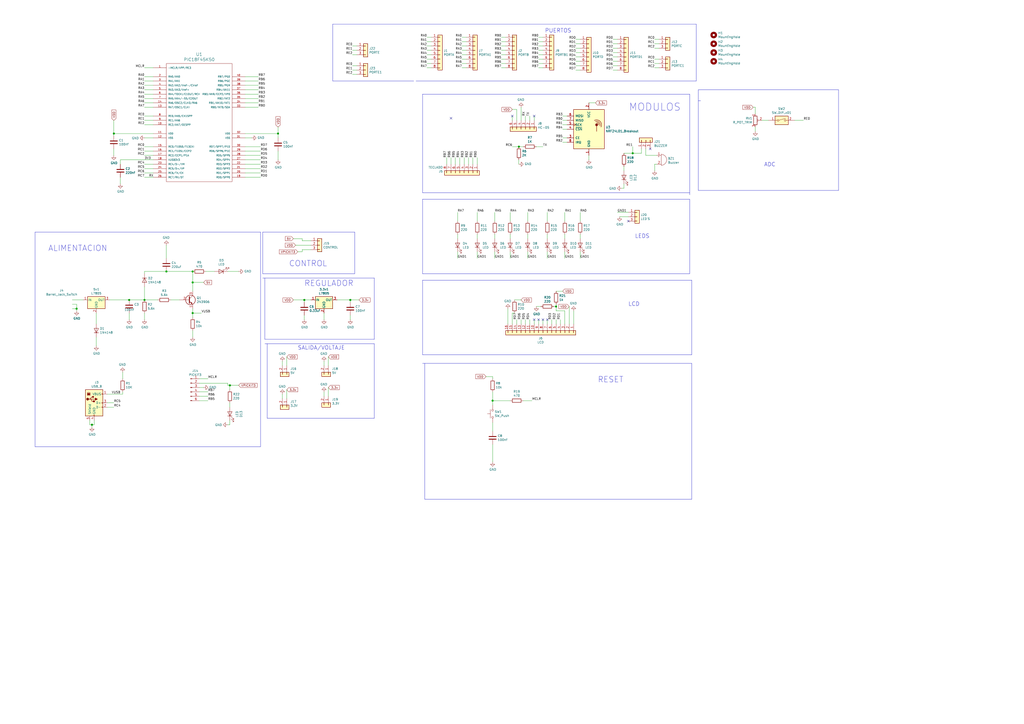
<source format=kicad_sch>
(kicad_sch (version 20200828) (generator eeschema)
  (page 1 1)
  (paper "A2")
  (title_block (title "Placa de desarrollo") (company "UNIVERSIDAD DE GUANAJUATO"))
  (junction (at 44.45 179.07) (diameter 1.016))
  (junction (at 53.34 246.38) (diameter 1.016))
  (junction (at 66.04 77.47) (diameter 1.016))
  (junction (at 74.93 173.99) (diameter 1.016))
  (junction (at 83.82 173.99) (diameter 1.016))
  (junction (at 96.52 157.48) (diameter 1.016))
  (junction (at 111.76 157.48) (diameter 1.016))
  (junction (at 111.76 163.83) (diameter 1.016))
  (junction (at 111.76 181.61) (diameter 1.016))
  (junction (at 133.35 223.52) (diameter 1.016))
  (junction (at 161.29 77.47) (diameter 1.016))
  (junction (at 176.53 173.99) (diameter 1.016))
  (junction (at 203.2 173.99) (diameter 1.016))
  (junction (at 285.75 232.41) (diameter 1.016))
  (junction (at 300.99 85.09) (diameter 1.016))
  (junction (at 322.58 177.8) (diameter 1.016))
  (junction (at 367.03 88.9) (diameter 1.016))
  (no_connect (at 377.19 86.36))
  (no_connect (at 364.49 128.27))
  (no_connect (at 309.88 67.31))
  (no_connect (at 309.88 185.42))
  (no_connect (at 314.96 185.42))
  (no_connect (at 317.5 185.42))
  (no_connect (at 312.42 185.42))
  (no_connect (at 261.62 68.58))
  (no_connect (at 297.18 67.31))
  (wire (pts (xy 41.91 176.53) (xy 44.45 176.53)))
  (wire (pts (xy 41.91 179.07) (xy 44.45 179.07)))
  (wire (pts (xy 44.45 176.53) (xy 44.45 179.07)))
  (wire (pts (xy 44.45 179.07) (xy 44.45 180.34)))
  (wire (pts (xy 48.26 173.99) (xy 41.91 173.99)))
  (wire (pts (xy 52.07 243.84) (xy 52.07 246.38)))
  (wire (pts (xy 52.07 246.38) (xy 53.34 246.38)))
  (wire (pts (xy 53.34 246.38) (xy 54.61 246.38)))
  (wire (pts (xy 53.34 247.65) (xy 53.34 246.38)))
  (wire (pts (xy 54.61 246.38) (xy 54.61 243.84)))
  (wire (pts (xy 55.88 187.96) (xy 55.88 181.61)))
  (wire (pts (xy 55.88 200.66) (xy 55.88 195.58)))
  (wire (pts (xy 62.23 228.6) (xy 71.12 228.6)))
  (wire (pts (xy 66.04 69.85) (xy 66.04 77.47)))
  (wire (pts (xy 66.04 77.47) (xy 66.04 78.74)))
  (wire (pts (xy 66.04 86.36) (xy 66.04 90.17)))
  (wire (pts (xy 66.04 233.68) (xy 62.23 233.68)))
  (wire (pts (xy 66.04 236.22) (xy 62.23 236.22)))
  (wire (pts (xy 69.85 92.71) (xy 69.85 95.25)))
  (wire (pts (xy 69.85 92.71) (xy 88.9 92.71)))
  (wire (pts (xy 69.85 102.87) (xy 69.85 106.68)))
  (wire (pts (xy 71.12 219.71) (xy 71.12 215.9)))
  (wire (pts (xy 71.12 227.33) (xy 71.12 228.6)))
  (wire (pts (xy 74.93 173.99) (xy 63.5 173.99)))
  (wire (pts (xy 74.93 185.42) (xy 74.93 181.61)))
  (wire (pts (xy 83.82 39.37) (xy 88.9 39.37)))
  (wire (pts (xy 83.82 44.45) (xy 88.9 44.45)))
  (wire (pts (xy 83.82 46.99) (xy 88.9 46.99)))
  (wire (pts (xy 83.82 49.53) (xy 88.9 49.53)))
  (wire (pts (xy 83.82 52.07) (xy 88.9 52.07)))
  (wire (pts (xy 83.82 54.61) (xy 88.9 54.61)))
  (wire (pts (xy 83.82 57.15) (xy 88.9 57.15)))
  (wire (pts (xy 83.82 59.69) (xy 88.9 59.69)))
  (wire (pts (xy 83.82 62.23) (xy 88.9 62.23)))
  (wire (pts (xy 83.82 67.31) (xy 88.9 67.31)))
  (wire (pts (xy 83.82 69.85) (xy 88.9 69.85)))
  (wire (pts (xy 83.82 72.39) (xy 88.9 72.39)))
  (wire (pts (xy 83.82 85.09) (xy 88.9 85.09)))
  (wire (pts (xy 83.82 87.63) (xy 88.9 87.63)))
  (wire (pts (xy 83.82 90.17) (xy 88.9 90.17)))
  (wire (pts (xy 83.82 95.25) (xy 88.9 95.25)))
  (wire (pts (xy 83.82 97.79) (xy 88.9 97.79)))
  (wire (pts (xy 83.82 100.33) (xy 88.9 100.33)))
  (wire (pts (xy 83.82 102.87) (xy 88.9 102.87)))
  (wire (pts (xy 83.82 157.48) (xy 83.82 158.75)))
  (wire (pts (xy 83.82 173.99) (xy 74.93 173.99)))
  (wire (pts (xy 83.82 173.99) (xy 83.82 166.37)))
  (wire (pts (xy 83.82 185.42) (xy 83.82 181.61)))
  (wire (pts (xy 88.9 77.47) (xy 66.04 77.47)))
  (wire (pts (xy 88.9 80.01) (xy 83.82 80.01)))
  (wire (pts (xy 91.44 173.99) (xy 83.82 173.99)))
  (wire (pts (xy 96.52 142.24) (xy 96.52 149.86)))
  (wire (pts (xy 96.52 157.48) (xy 83.82 157.48)))
  (wire (pts (xy 96.52 157.48) (xy 111.76 157.48)))
  (wire (pts (xy 104.14 173.99) (xy 99.06 173.99)))
  (wire (pts (xy 111.76 163.83) (xy 111.76 157.48)))
  (wire (pts (xy 111.76 168.91) (xy 111.76 163.83)))
  (wire (pts (xy 111.76 179.07) (xy 111.76 181.61)))
  (wire (pts (xy 111.76 181.61) (xy 111.76 184.15)))
  (wire (pts (xy 111.76 195.58) (xy 111.76 191.77)))
  (wire (pts (xy 115.57 222.25) (xy 132.08 222.25)))
  (wire (pts (xy 116.84 181.61) (xy 111.76 181.61)))
  (wire (pts (xy 118.11 163.83) (xy 111.76 163.83)))
  (wire (pts (xy 118.11 224.79) (xy 115.57 224.79)))
  (wire (pts (xy 120.65 219.71) (xy 115.57 219.71)))
  (wire (pts (xy 120.65 227.33) (xy 115.57 227.33)))
  (wire (pts (xy 120.65 229.87) (xy 115.57 229.87)))
  (wire (pts (xy 120.65 232.41) (xy 115.57 232.41)))
  (wire (pts (xy 124.46 157.48) (xy 119.38 157.48)))
  (wire (pts (xy 132.08 157.48) (xy 138.43 157.48)))
  (wire (pts (xy 132.08 222.25) (xy 132.08 223.52)))
  (wire (pts (xy 132.08 223.52) (xy 133.35 223.52)))
  (wire (pts (xy 133.35 223.52) (xy 138.43 223.52)))
  (wire (pts (xy 133.35 226.06) (xy 133.35 223.52)))
  (wire (pts (xy 133.35 236.22) (xy 133.35 233.68)))
  (wire (pts (xy 133.35 243.84) (xy 133.35 246.38)))
  (wire (pts (xy 133.35 246.38) (xy 132.08 246.38)))
  (wire (pts (xy 142.24 46.99) (xy 149.86 46.99)))
  (wire (pts (xy 142.24 77.47) (xy 161.29 77.47)))
  (wire (pts (xy 146.05 80.01) (xy 142.24 80.01)))
  (wire (pts (xy 149.86 44.45) (xy 142.24 44.45)))
  (wire (pts (xy 149.86 49.53) (xy 142.24 49.53)))
  (wire (pts (xy 149.86 52.07) (xy 142.24 52.07)))
  (wire (pts (xy 149.86 54.61) (xy 142.24 54.61)))
  (wire (pts (xy 149.86 57.15) (xy 142.24 57.15)))
  (wire (pts (xy 149.86 59.69) (xy 142.24 59.69)))
  (wire (pts (xy 149.86 62.23) (xy 142.24 62.23)))
  (wire (pts (xy 151.13 85.09) (xy 142.24 85.09)))
  (wire (pts (xy 151.13 87.63) (xy 142.24 87.63)))
  (wire (pts (xy 151.13 90.17) (xy 142.24 90.17)))
  (wire (pts (xy 151.13 92.71) (xy 142.24 92.71)))
  (wire (pts (xy 151.13 95.25) (xy 142.24 95.25)))
  (wire (pts (xy 151.13 97.79) (xy 142.24 97.79)))
  (wire (pts (xy 151.13 100.33) (xy 142.24 100.33)))
  (wire (pts (xy 151.13 102.87) (xy 142.24 102.87)))
  (wire (pts (xy 161.29 73.66) (xy 161.29 77.47)))
  (wire (pts (xy 161.29 77.47) (xy 161.29 80.01)))
  (wire (pts (xy 161.29 92.71) (xy 161.29 87.63)))
  (wire (pts (xy 163.83 212.09) (xy 163.83 209.55)))
  (wire (pts (xy 163.83 231.14) (xy 163.83 228.6)))
  (wire (pts (xy 166.37 207.01) (xy 166.37 212.09)))
  (wire (pts (xy 166.37 226.06) (xy 166.37 231.14)))
  (wire (pts (xy 175.26 138.43) (xy 170.18 138.43)))
  (wire (pts (xy 175.26 139.7) (xy 175.26 138.43)))
  (wire (pts (xy 175.26 144.78) (xy 175.26 146.05)))
  (wire (pts (xy 175.26 146.05) (xy 172.72 146.05)))
  (wire (pts (xy 176.53 173.99) (xy 170.18 173.99)))
  (wire (pts (xy 176.53 175.26) (xy 176.53 173.99)))
  (wire (pts (xy 176.53 182.88) (xy 176.53 185.42)))
  (wire (pts (xy 180.34 139.7) (xy 175.26 139.7)))
  (wire (pts (xy 180.34 142.24) (xy 171.45 142.24)))
  (wire (pts (xy 180.34 144.78) (xy 175.26 144.78)))
  (wire (pts (xy 180.34 173.99) (xy 176.53 173.99)))
  (wire (pts (xy 187.96 181.61) (xy 187.96 185.42)))
  (wire (pts (xy 187.96 212.09) (xy 187.96 209.55)))
  (wire (pts (xy 187.96 229.87) (xy 187.96 227.33)))
  (wire (pts (xy 190.5 207.01) (xy 190.5 212.09)))
  (wire (pts (xy 190.5 224.79) (xy 190.5 229.87)))
  (wire (pts (xy 195.58 173.99) (xy 203.2 173.99)))
  (wire (pts (xy 203.2 173.99) (xy 203.2 175.26)))
  (wire (pts (xy 203.2 173.99) (xy 208.28 173.99)))
  (wire (pts (xy 203.2 185.42) (xy 203.2 182.88)))
  (wire (pts (xy 204.47 26.67) (xy 207.01 26.67)))
  (wire (pts (xy 204.47 29.21) (xy 207.01 29.21)))
  (wire (pts (xy 204.47 31.75) (xy 207.01 31.75)))
  (wire (pts (xy 204.47 38.1) (xy 207.01 38.1)))
  (wire (pts (xy 204.47 40.64) (xy 207.01 40.64)))
  (wire (pts (xy 204.47 43.18) (xy 207.01 43.18)))
  (wire (pts (xy 247.65 21.59) (xy 250.19 21.59)))
  (wire (pts (xy 247.65 24.13) (xy 250.19 24.13)))
  (wire (pts (xy 247.65 26.67) (xy 250.19 26.67)))
  (wire (pts (xy 247.65 29.21) (xy 250.19 29.21)))
  (wire (pts (xy 247.65 31.75) (xy 250.19 31.75)))
  (wire (pts (xy 247.65 34.29) (xy 250.19 34.29)))
  (wire (pts (xy 247.65 36.83) (xy 250.19 36.83)))
  (wire (pts (xy 247.65 39.37) (xy 250.19 39.37)))
  (wire (pts (xy 259.08 91.44) (xy 259.08 95.25)))
  (wire (pts (xy 261.62 91.44) (xy 261.62 95.25)))
  (wire (pts (xy 264.16 91.44) (xy 264.16 95.25)))
  (wire (pts (xy 265.43 123.19) (xy 265.43 128.27)))
  (wire (pts (xy 265.43 135.89) (xy 265.43 138.43)))
  (wire (pts (xy 265.43 149.86) (xy 265.43 146.05)))
  (wire (pts (xy 266.7 91.44) (xy 266.7 95.25)))
  (wire (pts (xy 267.97 21.59) (xy 270.51 21.59)))
  (wire (pts (xy 267.97 24.13) (xy 270.51 24.13)))
  (wire (pts (xy 267.97 26.67) (xy 270.51 26.67)))
  (wire (pts (xy 267.97 29.21) (xy 270.51 29.21)))
  (wire (pts (xy 267.97 31.75) (xy 270.51 31.75)))
  (wire (pts (xy 267.97 34.29) (xy 270.51 34.29)))
  (wire (pts (xy 267.97 36.83) (xy 270.51 36.83)))
  (wire (pts (xy 267.97 39.37) (xy 270.51 39.37)))
  (wire (pts (xy 269.24 91.44) (xy 269.24 95.25)))
  (wire (pts (xy 271.78 91.44) (xy 271.78 95.25)))
  (wire (pts (xy 274.32 91.44) (xy 274.32 95.25)))
  (wire (pts (xy 276.86 91.44) (xy 276.86 95.25)))
  (wire (pts (xy 276.86 123.19) (xy 276.86 128.27)))
  (wire (pts (xy 276.86 135.89) (xy 276.86 138.43)))
  (wire (pts (xy 276.86 149.86) (xy 276.86 146.05)))
  (wire (pts (xy 285.75 218.44) (xy 281.94 218.44)))
  (wire (pts (xy 285.75 219.71) (xy 285.75 218.44)))
  (wire (pts (xy 285.75 232.41) (xy 285.75 227.33)))
  (wire (pts (xy 285.75 234.95) (xy 285.75 232.41)))
  (wire (pts (xy 285.75 250.19) (xy 285.75 245.11)))
  (wire (pts (xy 285.75 267.97) (xy 285.75 257.81)))
  (wire (pts (xy 287.02 123.19) (xy 287.02 128.27)))
  (wire (pts (xy 287.02 135.89) (xy 287.02 138.43)))
  (wire (pts (xy 287.02 149.86) (xy 287.02 146.05)))
  (wire (pts (xy 290.83 21.59) (xy 293.37 21.59)))
  (wire (pts (xy 290.83 24.13) (xy 293.37 24.13)))
  (wire (pts (xy 290.83 26.67) (xy 293.37 26.67)))
  (wire (pts (xy 290.83 29.21) (xy 293.37 29.21)))
  (wire (pts (xy 290.83 31.75) (xy 293.37 31.75)))
  (wire (pts (xy 290.83 34.29) (xy 293.37 34.29)))
  (wire (pts (xy 290.83 36.83) (xy 293.37 36.83)))
  (wire (pts (xy 290.83 39.37) (xy 293.37 39.37)))
  (wire (pts (xy 294.64 179.07) (xy 294.64 187.96)))
  (wire (pts (xy 295.91 123.19) (xy 295.91 128.27)))
  (wire (pts (xy 295.91 135.89) (xy 295.91 138.43)))
  (wire (pts (xy 295.91 149.86) (xy 295.91 146.05)))
  (wire (pts (xy 295.91 232.41) (xy 285.75 232.41)))
  (wire (pts (xy 297.18 63.5) (xy 299.72 63.5)))
  (wire (pts (xy 297.18 67.31) (xy 297.18 69.85)))
  (wire (pts (xy 297.18 85.09) (xy 300.99 85.09)))
  (wire (pts (xy 297.18 181.61) (xy 298.45 181.61)))
  (wire (pts (xy 297.18 187.96) (xy 297.18 181.61)))
  (wire (pts (xy 298.45 173.99) (xy 302.26 173.99)))
  (wire (pts (xy 299.72 69.85) (xy 299.72 63.5)))
  (wire (pts (xy 299.72 185.42) (xy 299.72 187.96)))
  (wire (pts (xy 300.99 95.25) (xy 300.99 92.71)))
  (wire (pts (xy 302.26 69.85) (xy 302.26 62.23)))
  (wire (pts (xy 302.26 185.42) (xy 302.26 187.96)))
  (wire (pts (xy 303.53 85.09) (xy 300.99 85.09)))
  (wire (pts (xy 304.8 67.31) (xy 304.8 69.85)))
  (wire (pts (xy 304.8 185.42) (xy 304.8 187.96)))
  (wire (pts (xy 306.07 123.19) (xy 306.07 128.27)))
  (wire (pts (xy 306.07 135.89) (xy 306.07 138.43)))
  (wire (pts (xy 306.07 149.86) (xy 306.07 146.05)))
  (wire (pts (xy 307.34 67.31) (xy 307.34 69.85)))
  (wire (pts (xy 307.34 185.42) (xy 307.34 187.96)))
  (wire (pts (xy 308.61 232.41) (xy 303.53 232.41)))
  (wire (pts (xy 309.88 67.31) (xy 309.88 69.85)))
  (wire (pts (xy 309.88 185.42) (xy 309.88 187.96)))
  (wire (pts (xy 312.42 21.59) (xy 314.96 21.59)))
  (wire (pts (xy 312.42 24.13) (xy 314.96 24.13)))
  (wire (pts (xy 312.42 26.67) (xy 314.96 26.67)))
  (wire (pts (xy 312.42 29.21) (xy 314.96 29.21)))
  (wire (pts (xy 312.42 31.75) (xy 314.96 31.75)))
  (wire (pts (xy 312.42 34.29) (xy 314.96 34.29)))
  (wire (pts (xy 312.42 36.83) (xy 314.96 36.83)))
  (wire (pts (xy 312.42 39.37) (xy 314.96 39.37)))
  (wire (pts (xy 312.42 185.42) (xy 312.42 187.96)))
  (wire (pts (xy 313.69 177.8) (xy 311.15 177.8)))
  (wire (pts (xy 314.96 85.09) (xy 311.15 85.09)))
  (wire (pts (xy 314.96 185.42) (xy 314.96 187.96)))
  (wire (pts (xy 317.5 123.19) (xy 317.5 128.27)))
  (wire (pts (xy 317.5 135.89) (xy 317.5 138.43)))
  (wire (pts (xy 317.5 149.86) (xy 317.5 146.05)))
  (wire (pts (xy 317.5 185.42) (xy 317.5 187.96)))
  (wire (pts (xy 320.04 185.42) (xy 320.04 187.96)))
  (wire (pts (xy 322.58 176.53) (xy 322.58 177.8)))
  (wire (pts (xy 322.58 177.8) (xy 321.31 177.8)))
  (wire (pts (xy 322.58 180.34) (xy 322.58 177.8)))
  (wire (pts (xy 322.58 185.42) (xy 322.58 187.96)))
  (wire (pts (xy 325.12 185.42) (xy 325.12 187.96)))
  (wire (pts (xy 326.39 67.31) (xy 328.93 67.31)))
  (wire (pts (xy 326.39 69.85) (xy 328.93 69.85)))
  (wire (pts (xy 326.39 72.39) (xy 328.93 72.39)))
  (wire (pts (xy 326.39 74.93) (xy 328.93 74.93)))
  (wire (pts (xy 326.39 80.01) (xy 328.93 80.01)))
  (wire (pts (xy 326.39 82.55) (xy 328.93 82.55)))
  (wire (pts (xy 326.39 168.91) (xy 322.58 168.91)))
  (wire (pts (xy 327.66 123.19) (xy 327.66 128.27)))
  (wire (pts (xy 327.66 135.89) (xy 327.66 138.43)))
  (wire (pts (xy 327.66 149.86) (xy 327.66 146.05)))
  (wire (pts (xy 327.66 180.34) (xy 322.58 180.34)))
  (wire (pts (xy 327.66 180.34) (xy 327.66 187.96)))
  (wire (pts (xy 330.2 177.8) (xy 330.2 187.96)))
  (wire (pts (xy 332.74 180.34) (xy 332.74 187.96)))
  (wire (pts (xy 334.01 22.86) (xy 336.55 22.86)))
  (wire (pts (xy 334.01 25.4) (xy 336.55 25.4)))
  (wire (pts (xy 334.01 27.94) (xy 336.55 27.94)))
  (wire (pts (xy 334.01 30.48) (xy 336.55 30.48)))
  (wire (pts (xy 334.01 33.02) (xy 336.55 33.02)))
  (wire (pts (xy 334.01 35.56) (xy 336.55 35.56)))
  (wire (pts (xy 334.01 38.1) (xy 336.55 38.1)))
  (wire (pts (xy 334.01 40.64) (xy 336.55 40.64)))
  (wire (pts (xy 336.55 123.19) (xy 336.55 128.27)))
  (wire (pts (xy 336.55 135.89) (xy 336.55 138.43)))
  (wire (pts (xy 336.55 149.86) (xy 336.55 146.05)))
  (wire (pts (xy 341.63 92.71) (xy 341.63 90.17)))
  (wire (pts (xy 345.44 59.69) (xy 341.63 59.69)))
  (wire (pts (xy 355.6 22.86) (xy 358.14 22.86)))
  (wire (pts (xy 355.6 25.4) (xy 358.14 25.4)))
  (wire (pts (xy 355.6 27.94) (xy 358.14 27.94)))
  (wire (pts (xy 355.6 30.48) (xy 358.14 30.48)))
  (wire (pts (xy 355.6 33.02) (xy 358.14 33.02)))
  (wire (pts (xy 355.6 35.56) (xy 358.14 35.56)))
  (wire (pts (xy 355.6 38.1) (xy 358.14 38.1)))
  (wire (pts (xy 355.6 40.64) (xy 358.14 40.64)))
  (wire (pts (xy 358.14 123.19) (xy 364.49 123.19)))
  (wire (pts (xy 359.41 125.73) (xy 364.49 125.73)))
  (wire (pts (xy 361.95 99.06) (xy 361.95 96.52)))
  (wire (pts (xy 361.95 106.68) (xy 361.95 109.22)))
  (wire (pts (xy 361.95 109.22) (xy 360.68 109.22)))
  (wire (pts (xy 367.03 85.09) (xy 367.03 88.9)))
  (wire (pts (xy 367.03 88.9) (xy 361.95 88.9)))
  (wire (pts (xy 372.11 86.36) (xy 372.11 88.9)))
  (wire (pts (xy 372.11 88.9) (xy 367.03 88.9)))
  (wire (pts (xy 374.65 86.36) (xy 374.65 90.17)))
  (wire (pts (xy 374.65 90.17) (xy 381 90.17)))
  (wire (pts (xy 379.73 22.86) (xy 382.27 22.86)))
  (wire (pts (xy 379.73 25.4) (xy 382.27 25.4)))
  (wire (pts (xy 379.73 27.94) (xy 382.27 27.94)))
  (wire (pts (xy 379.73 34.29) (xy 382.27 34.29)))
  (wire (pts (xy 379.73 36.83) (xy 382.27 36.83)))
  (wire (pts (xy 379.73 39.37) (xy 382.27 39.37)))
  (wire (pts (xy 379.73 95.25) (xy 379.73 99.06)))
  (wire (pts (xy 381 95.25) (xy 379.73 95.25)))
  (wire (pts (xy 436.88 62.23) (xy 438.15 62.23)))
  (wire (pts (xy 438.15 62.23) (xy 438.15 66.04)))
  (wire (pts (xy 438.15 76.2) (xy 438.15 73.66)))
  (wire (pts (xy 445.77 69.85) (xy 441.96 69.85)))
  (wire (pts (xy 466.09 69.85) (xy 461.01 69.85)))
  (polyline (pts (xy 20.32 134.62) (xy 151.13 134.62)) (stroke (width 0) (type solid)))
  (polyline (pts (xy 20.32 259.08) (xy 20.32 134.62)) (stroke (width 0) (type solid)))
  (polyline (pts (xy 151.13 134.62) (xy 151.13 259.08)) (stroke (width 0) (type solid)))
  (polyline (pts (xy 151.13 259.08) (xy 20.32 259.08)) (stroke (width 0) (type solid)))
  (polyline (pts (xy 152.4 134.62) (xy 205.74 134.62)) (stroke (width 0) (type solid)))
  (polyline (pts (xy 152.4 158.75) (xy 152.4 134.62)) (stroke (width 0) (type solid)))
  (polyline (pts (xy 152.4 161.29) (xy 217.17 161.29)) (stroke (width 0) (type solid)))
  (polyline (pts (xy 153.67 196.85) (xy 153.67 161.29)) (stroke (width 0) (type solid)))
  (polyline (pts (xy 153.67 199.39) (xy 217.17 199.39)) (stroke (width 0) (type solid)))
  (polyline (pts (xy 154.94 242.57) (xy 154.94 199.39)) (stroke (width 0) (type solid)))
  (polyline (pts (xy 193.04 13.97) (xy 403.86 13.97)) (stroke (width 0) (type solid)))
  (polyline (pts (xy 193.04 46.99) (xy 193.04 13.97)) (stroke (width 0) (type solid)))
  (polyline (pts (xy 205.74 134.62) (xy 205.74 158.75)) (stroke (width 0) (type solid)))
  (polyline (pts (xy 205.74 158.75) (xy 152.4 158.75)) (stroke (width 0) (type solid)))
  (polyline (pts (xy 217.17 161.29) (xy 217.17 196.85)) (stroke (width 0) (type solid)))
  (polyline (pts (xy 217.17 196.85) (xy 153.67 196.85)) (stroke (width 0) (type solid)))
  (polyline (pts (xy 217.17 199.39) (xy 217.17 242.57)) (stroke (width 0) (type solid)))
  (polyline (pts (xy 217.17 242.57) (xy 154.94 242.57)) (stroke (width 0) (type solid)))
  (polyline (pts (xy 240.03 46.99) (xy 193.04 46.99)) (stroke (width 0) (type solid)))
  (polyline (pts (xy 245.11 54.61) (xy 245.11 111.76)) (stroke (width 0) (type solid)))
  (polyline (pts (xy 245.11 111.76) (xy 400.05 111.76)) (stroke (width 0) (type solid)))
  (polyline (pts (xy 245.11 115.57) (xy 400.05 115.57)) (stroke (width 0) (type solid)))
  (polyline (pts (xy 245.11 158.75) (xy 245.11 115.57)) (stroke (width 0) (type solid)))
  (polyline (pts (xy 245.11 162.56) (xy 401.32 162.56)) (stroke (width 0) (type solid)))
  (polyline (pts (xy 245.11 205.74) (xy 245.11 162.56)) (stroke (width 0) (type solid)))
  (polyline (pts (xy 245.11 210.82) (xy 401.32 210.82)) (stroke (width 0) (type solid)))
  (polyline (pts (xy 246.38 289.56) (xy 246.38 210.82)) (stroke (width 0) (type solid)))
  (polyline (pts (xy 400.05 54.61) (xy 245.11 54.61)) (stroke (width 0) (type solid)))
  (polyline (pts (xy 400.05 54.61) (xy 400.05 113.03)) (stroke (width 0) (type solid)))
  (polyline (pts (xy 400.05 115.57) (xy 400.05 158.75)) (stroke (width 0) (type solid)))
  (polyline (pts (xy 400.05 158.75) (xy 245.11 158.75)) (stroke (width 0) (type solid)))
  (polyline (pts (xy 401.32 162.56) (xy 401.32 205.74)) (stroke (width 0) (type solid)))
  (polyline (pts (xy 401.32 205.74) (xy 245.11 205.74)) (stroke (width 0) (type solid)))
  (polyline (pts (xy 401.32 210.82) (xy 401.32 289.56)) (stroke (width 0) (type solid)))
  (polyline (pts (xy 401.32 289.56) (xy 246.38 289.56)) (stroke (width 0) (type solid)))
  (polyline (pts (xy 403.86 13.97) (xy 403.86 46.99)) (stroke (width 0) (type solid)))
  (polyline (pts (xy 403.86 46.99) (xy 241.3 46.99)) (stroke (width 0) (type solid)))
  (polyline (pts (xy 405.13 52.07) (xy 405.13 110.49)) (stroke (width 0) (type solid)))
  (polyline (pts (xy 405.13 58.42) (xy 406.4 58.42)) (stroke (width 0) (type solid)))
  (polyline (pts (xy 405.13 110.49) (xy 486.41 110.49)) (stroke (width 0) (type solid)))
  (polyline (pts (xy 486.41 52.07) (xy 405.13 52.07)) (stroke (width 0) (type solid)))
  (polyline (pts (xy 486.41 110.49) (xy 486.41 52.07)) (stroke (width 0) (type solid)))
  (text "ALIMENTACION" (at 27.94 146.05 0) (effects (font (size 3.2766 3.2766)) (justify left bottom)))
  (text "CONTROL\n" (at 167.64 154.94 0) (effects (font (size 3.2766 3.2766)) (justify left bottom)))
  (text "SALIDA/VOLTAJE" (at 172.72 203.2 0) (effects (font (size 2.2606 2.2606)) (justify left bottom)))
  (text "REGULADOR" (at 176.53 166.37 0) (effects (font (size 3.2766 3.2766)) (justify left bottom)))
  (text "PUERTOS\n\n" (at 331.47 22.86 180) (effects (font (size 2.2606 2.2606)) (justify right bottom)))
  (text "RESET\n" (at 346.71 222.25 0) (effects (font (size 3.2766 3.2766)) (justify left bottom)))
  (text "LCD\n" (at 364.49 177.8 0) (effects (font (size 2.2606 2.2606)) (justify left bottom)))
  (text "LEDS\n" (at 368.3 138.43 0) (effects (font (size 2.2606 2.2606)) (justify left bottom)))
  (text "MODULOS" (at 394.97 64.77 180) (effects (font (size 4.2672 4.2672)) (justify right bottom)))
  (text "ADC\n\n\n" (at 443.23 104.14 0) (effects (font (size 2.2606 2.2606)) (justify left bottom)))
  (label "RC5" (at 66.04 233.68 0))
  (label "RC4" (at 66.04 236.22 0))
  (label "VUSB" (at 69.85 228.6 180))
  (label "MCLR" (at 83.82 39.37 180))
  (label "RA0" (at 83.82 44.45 180))
  (label "RA1" (at 83.82 46.99 180))
  (label "RA2" (at 83.82 49.53 180))
  (label "RA3" (at 83.82 52.07 180))
  (label "RA4" (at 83.82 54.61 180))
  (label "RA5" (at 83.82 57.15 180))
  (label "RA6" (at 83.82 59.69 180))
  (label "RA7" (at 83.82 62.23 180))
  (label "RE0" (at 83.82 67.31 180))
  (label "RE1" (at 83.82 69.85 180))
  (label "RE2" (at 83.82 72.39 180))
  (label "RC0" (at 83.82 85.09 180))
  (label "RC1" (at 83.82 87.63 180))
  (label "RC2" (at 83.82 90.17 180))
  (label "3V3" (at 83.82 92.71 0))
  (label "RC4" (at 83.82 95.25 180))
  (label "RC5" (at 83.82 97.79 180))
  (label "RC6" (at 83.82 100.33 180))
  (label "RC7" (at 83.82 102.87 180))
  (label "RX" (at 86.36 102.87 0))
  (label "VUSB" (at 116.84 181.61 0))
  (label "MCLR" (at 120.65 219.71 0))
  (label "RB7" (at 120.65 227.33 0))
  (label "RB6" (at 120.65 229.87 0))
  (label "RB5" (at 120.65 232.41 0))
  (label "RB7" (at 149.86 44.45 0))
  (label "RB6" (at 149.86 46.99 0))
  (label "RB5" (at 149.86 49.53 0))
  (label "RB4" (at 149.86 52.07 0))
  (label "RB3" (at 149.86 54.61 0))
  (label "RB2" (at 149.86 57.15 0))
  (label "RB1" (at 149.86 59.69 0))
  (label "RB0" (at 149.86 62.23 0))
  (label "RD7" (at 151.13 85.09 0))
  (label "RD6" (at 151.13 87.63 0))
  (label "RD5" (at 151.13 90.17 0))
  (label "RD4" (at 151.13 92.71 0))
  (label "RD3" (at 151.13 95.25 0))
  (label "RD2" (at 151.13 97.79 0))
  (label "RD1" (at 151.13 100.33 0))
  (label "RD0" (at 151.13 102.87 0))
  (label "AS" (at 161.29 77.47 0) (effects (font (size 0 0))))
  (label "RE0" (at 204.47 26.67 180))
  (label "RE1" (at 204.47 29.21 180))
  (label "RE2" (at 204.47 31.75 180))
  (label "RE0" (at 204.47 38.1 180))
  (label "RE1" (at 204.47 40.64 180))
  (label "RE2" (at 204.47 43.18 180))
  (label "RA0" (at 247.65 21.59 180))
  (label "RA1" (at 247.65 24.13 180))
  (label "RA2" (at 247.65 26.67 180))
  (label "RA3" (at 247.65 29.21 180))
  (label "RA4" (at 247.65 31.75 180))
  (label "RA5" (at 247.65 34.29 180))
  (label "RA6" (at 247.65 36.83 180))
  (label "RA7" (at 247.65 39.37 180))
  (label "RB7" (at 259.08 91.44 90))
  (label "RB6" (at 261.62 91.44 90))
  (label "RB5" (at 264.16 91.44 90))
  (label "RA7" (at 265.43 123.19 0))
  (label "GND1" (at 265.43 149.86 0))
  (label "RB4" (at 266.7 91.44 90))
  (label "RA0" (at 267.97 21.59 180))
  (label "RA1" (at 267.97 24.13 180))
  (label "RA2" (at 267.97 26.67 180))
  (label "RA3" (at 267.97 29.21 180))
  (label "RA4" (at 267.97 31.75 180))
  (label "RA5" (at 267.97 34.29 180))
  (label "RA6" (at 267.97 36.83 180))
  (label "RA7" (at 267.97 39.37 180))
  (label "RB3" (at 269.24 91.44 90))
  (label "RB2" (at 271.78 91.44 90))
  (label "RB1" (at 274.32 91.44 90))
  (label "RB0" (at 276.86 91.44 90))
  (label "RA6" (at 276.86 123.19 0))
  (label "GND1" (at 276.86 149.86 0))
  (label "RA5" (at 287.02 123.19 0))
  (label "GND1" (at 287.02 149.86 0))
  (label "RB0" (at 290.83 21.59 180))
  (label "RB1" (at 290.83 24.13 180))
  (label "RB2" (at 290.83 26.67 180))
  (label "RB3" (at 290.83 29.21 180))
  (label "RB4" (at 290.83 31.75 180))
  (label "RB5" (at 290.83 34.29 180))
  (label "RB6" (at 290.83 36.83 180))
  (label "RB7" (at 290.83 39.37 180))
  (label "RA4" (at 295.91 123.19 0))
  (label "GND1" (at 295.91 149.86 0))
  (label "RC6" (at 297.18 85.09 180))
  (label "RD7" (at 299.72 185.42 90))
  (label "RD6" (at 302.26 185.42 90))
  (label "RX" (at 304.8 67.31 90))
  (label "RD5" (at 304.8 185.42 90))
  (label "RA3" (at 306.07 123.19 0))
  (label "GND1" (at 306.07 149.86 0))
  (label "TX" (at 307.34 67.31 90))
  (label "RD4" (at 307.34 185.42 90))
  (label "MCLR" (at 308.61 232.41 0))
  (label "RB0" (at 312.42 21.59 180))
  (label "RB1" (at 312.42 24.13 180))
  (label "RB2" (at 312.42 26.67 180))
  (label "RB3" (at 312.42 29.21 180))
  (label "RB4" (at 312.42 31.75 180))
  (label "RB5" (at 312.42 34.29 180))
  (label "RB6" (at 312.42 36.83 180))
  (label "RB7" (at 312.42 39.37 180))
  (label "TX" (at 314.96 85.09 0))
  (label "RA2" (at 317.5 123.19 0))
  (label "GND1" (at 317.5 149.86 0))
  (label "RD3" (at 320.04 185.42 90))
  (label "RD2" (at 322.58 185.42 90))
  (label "RD1" (at 325.12 185.42 90))
  (label "RB3" (at 326.39 67.31 180))
  (label "RB0" (at 326.39 69.85 180))
  (label "RB1" (at 326.39 72.39 180))
  (label "RB4" (at 326.39 74.93 180))
  (label "RB5" (at 326.39 80.01 180))
  (label "RB2" (at 326.39 82.55 180))
  (label "RA1" (at 327.66 123.19 0))
  (label "GND1" (at 327.66 149.86 0))
  (label "RD0" (at 334.01 22.86 180))
  (label "RD1" (at 334.01 25.4 180))
  (label "RD2" (at 334.01 27.94 180))
  (label "RD3" (at 334.01 30.48 180))
  (label "RD4" (at 334.01 33.02 180))
  (label "RD5" (at 334.01 35.56 180))
  (label "RD6" (at 334.01 38.1 180))
  (label "RD7" (at 334.01 40.64 180))
  (label "RA0" (at 336.55 123.19 0))
  (label "GND1" (at 336.55 149.86 0))
  (label "RD0" (at 355.6 22.86 180))
  (label "RD1" (at 355.6 25.4 180))
  (label "RD2" (at 355.6 27.94 180))
  (label "RD3" (at 355.6 30.48 180))
  (label "RD4" (at 355.6 33.02 180))
  (label "RD5" (at 355.6 35.56 180))
  (label "RD6" (at 355.6 38.1 180))
  (label "RD7" (at 355.6 40.64 180))
  (label "GND1" (at 358.14 123.19 0))
  (label "RE1" (at 367.03 85.09 180))
  (label "RC0" (at 379.73 22.86 180))
  (label "RC1" (at 379.73 25.4 180))
  (label "RC2" (at 379.73 27.94 180))
  (label "RC0" (at 379.73 34.29 180))
  (label "RC1" (at 379.73 36.83 180))
  (label "RC2" (at 379.73 39.37 180))
  (label "RE0" (at 466.09 69.85 0))
  (global_label "VDD" (shape input) (at 66.04 69.85 90))
  (global_label "5V" (shape input) (at 118.11 163.83 0))
  (global_label "VPICKIT3" (shape input) (at 138.43 223.52 0))
  (global_label "VDD" (shape input) (at 161.29 73.66 90))
  (global_label "VDD" (shape input) (at 166.37 207.01 0))
  (global_label "3.3v" (shape input) (at 166.37 226.06 0))
  (global_label "5V" (shape input) (at 170.18 138.43 180))
  (global_label "VDD" (shape input) (at 170.18 173.99 180))
  (global_label "VDD" (shape input) (at 171.45 142.24 180))
  (global_label "VPICKIT3" (shape input) (at 172.72 146.05 180))
  (global_label "VDD" (shape input) (at 190.5 207.01 0))
  (global_label "3.3v" (shape input) (at 190.5 224.79 0))
  (global_label "3.3v" (shape input) (at 208.28 173.99 0))
  (global_label "VDD" (shape input) (at 281.94 218.44 180))
  (global_label "VDD" (shape input) (at 297.18 63.5 180))
  (global_label "VDD" (shape input) (at 302.26 173.99 0))
  (global_label "VDD" (shape input) (at 326.39 168.91 0))
  (global_label "VDD" (shape input) (at 330.2 177.8 180))
  (global_label "3.3v" (shape input) (at 345.44 59.69 0))
  (global_label "VDD" (shape input) (at 436.88 62.23 180))
  (symbol (lib_id "pic18-rescue:GND-power") (at 44.45 180.34 0) (unit 1)
    (property "Reference" "#PWR0113" (effects hide))
    (property "Value" "GND" (at 44.577 184.7342 0))
  )
  (symbol (lib_id "pic18-rescue:GND-power") (at 53.34 247.65 0) (unit 1)
    (property "Reference" "#PWR0114" (effects hide))
    (property "Value" "GND" (at 53.467 252.0442 0))
  )
  (symbol (lib_id "pic18-rescue:GND-power") (at 55.88 200.66 0) (unit 1)
    (property "Reference" "#PWR0107" (effects hide))
    (property "Value" "GND" (at 56.007 205.0542 0))
  )
  (symbol (lib_id "pic18-rescue:GND-power") (at 66.04 90.17 0) (unit 1)
    (property "Reference" "#PWR0105" (effects hide))
    (property "Value" "GND" (at 66.167 94.5642 0))
  )
  (symbol (lib_id "pic18-rescue:GND-power") (at 69.85 106.68 0) (unit 1)
    (property "Reference" "#PWR0106" (effects hide))
    (property "Value" "GND" (at 69.977 111.0742 0))
  )
  (symbol (lib_id "pic18-rescue:GND-power") (at 71.12 215.9 180) (unit 1)
    (property "Reference" "#PWR0115" (effects hide))
    (property "Value" "GND" (at 70.993 211.5058 0))
  )
  (symbol (lib_id "pic18-rescue:GND-power") (at 74.93 185.42 0) (unit 1)
    (property "Reference" "#PWR0112" (effects hide))
    (property "Value" "GND" (at 75.057 189.8142 0))
  )
  (symbol (lib_id "pic18-rescue:GND-power") (at 83.82 80.01 270) (unit 1)
    (property "Reference" "#PWR0103" (effects hide))
    (property "Value" "GND" (at 80.5688 80.137 90) (effects (justify right)))
  )
  (symbol (lib_id "pic18-rescue:GND-power") (at 83.82 185.42 0) (unit 1)
    (property "Reference" "#PWR0111" (effects hide))
    (property "Value" "GND" (at 83.947 189.8142 0))
  )
  (symbol (lib_id "pic18-rescue:GND-power") (at 96.52 142.24 180) (unit 1)
    (property "Reference" "#PWR0108" (effects hide))
    (property "Value" "GND" (at 96.393 137.8458 0))
  )
  (symbol (lib_id "pic18-rescue:GND-power") (at 111.76 195.58 0) (unit 1)
    (property "Reference" "#PWR0110" (effects hide))
    (property "Value" "GND" (at 111.887 199.9742 0))
  )
  (symbol (lib_id "pic18-rescue:GND-power") (at 118.11 224.79 90) (unit 1)
    (property "Reference" "#PWR0116" (effects hide))
    (property "Value" "GND" (at 121.3612 224.663 90) (effects (justify right)))
  )
  (symbol (lib_id "pic18-rescue:GND-power") (at 132.08 246.38 270) (unit 1)
    (property "Reference" "#PWR0133" (effects hide))
    (property "Value" "GND" (at 128.8288 246.507 90) (effects (justify right)))
  )
  (symbol (lib_id "pic18-rescue:GND-power") (at 138.43 157.48 90) (unit 1)
    (property "Reference" "#PWR0109" (effects hide))
    (property "Value" "GND" (at 141.6812 157.353 90) (effects (justify right)))
  )
  (symbol (lib_id "pic18-rescue:GND-power") (at 146.05 80.01 90) (unit 1)
    (property "Reference" "#PWR0102" (effects hide))
    (property "Value" "GND" (at 149.3012 79.883 90) (effects (justify right)))
  )
  (symbol (lib_id "pic18-rescue:GND-power") (at 161.29 92.71 0) (unit 1)
    (property "Reference" "#PWR0104" (effects hide))
    (property "Value" "GND" (at 161.417 97.1042 0))
  )
  (symbol (lib_id "pic18-rescue:GND-power") (at 163.83 209.55 180) (unit 1)
    (property "Reference" "#PWR0126" (effects hide))
    (property "Value" "GND" (at 163.703 205.1558 0))
  )
  (symbol (lib_id "pic18-rescue:GND-power") (at 163.83 228.6 180) (unit 1)
    (property "Reference" "#PWR0125" (effects hide))
    (property "Value" "GND" (at 163.703 224.2058 0))
  )
  (symbol (lib_id "pic18-rescue:GND-power") (at 176.53 185.42 0) (unit 1)
    (property "Reference" "#PWR0123" (effects hide))
    (property "Value" "GND" (at 176.657 189.8142 0))
  )
  (symbol (lib_id "pic18-rescue:GND-power") (at 187.96 185.42 0) (unit 1)
    (property "Reference" "#PWR0122" (effects hide))
    (property "Value" "GND" (at 188.087 189.8142 0))
  )
  (symbol (lib_id "pic18-rescue:GND-power") (at 187.96 209.55 180) (unit 1)
    (property "Reference" "#PWR0127" (effects hide))
    (property "Value" "GND" (at 187.833 205.1558 0))
  )
  (symbol (lib_id "pic18-rescue:GND-power") (at 187.96 227.33 180) (unit 1)
    (property "Reference" "#PWR0128" (effects hide))
    (property "Value" "GND" (at 187.833 222.9358 0))
  )
  (symbol (lib_id "pic18-rescue:GND-power") (at 203.2 185.42 0) (unit 1)
    (property "Reference" "#PWR0124" (effects hide))
    (property "Value" "GND" (at 203.327 189.8142 0))
  )
  (symbol (lib_id "pic18-rescue:GND-power") (at 285.75 267.97 0) (unit 1)
    (property "Reference" "#PWR0132" (effects hide))
    (property "Value" "GND" (at 285.877 272.3642 0))
  )
  (symbol (lib_id "pic18-rescue:GND-power") (at 294.64 179.07 180) (unit 1)
    (property "Reference" "#PWR0120" (effects hide))
    (property "Value" "GND" (at 294.513 174.6758 0))
  )
  (symbol (lib_id "pic18-rescue:GND-power") (at 300.99 95.25 90) (unit 1)
    (property "Reference" "#PWR0101" (effects hide))
    (property "Value" "GND" (at 304.2412 95.123 90) (effects (justify right)))
  )
  (symbol (lib_id "pic18-rescue:GND-power") (at 302.26 62.23 180) (unit 1)
    (property "Reference" "#PWR0118" (effects hide))
    (property "Value" "GND" (at 302.133 57.8358 0))
  )
  (symbol (lib_id "pic18-rescue:GND-power") (at 311.15 177.8 0) (unit 1)
    (property "Reference" "#PWR0119" (effects hide))
    (property "Value" "GND" (at 311.277 182.1942 0))
  )
  (symbol (lib_id "pic18-rescue:GND-power") (at 332.74 180.34 180) (unit 1)
    (property "Reference" "#PWR0121" (effects hide))
    (property "Value" "GND" (at 332.613 175.9458 0))
  )
  (symbol (lib_id "pic18-rescue:GND-power") (at 341.63 92.71 0) (unit 1)
    (property "Reference" "#PWR0117" (effects hide))
    (property "Value" "GND" (at 341.757 97.1042 0))
  )
  (symbol (lib_id "pic18-rescue:GND-power") (at 359.41 125.73 0) (unit 1)
    (property "Reference" "#PWR0131" (effects hide))
    (property "Value" "GND" (at 359.537 130.1242 0))
  )
  (symbol (lib_id "pic18-rescue:GND-power") (at 360.68 109.22 270) (unit 1)
    (property "Reference" "#PWR0130" (effects hide))
    (property "Value" "GND" (at 357.4288 109.347 90) (effects (justify right)))
  )
  (symbol (lib_id "pic18-rescue:GND-power") (at 379.73 99.06 0) (unit 1)
    (property "Reference" "#PWR0129" (effects hide))
    (property "Value" "GND" (at 379.857 103.4542 0))
  )
  (symbol (lib_id "pic18-rescue:GND-power") (at 438.15 76.2 0) (unit 1)
    (property "Reference" "#PWR0136" (effects hide))
    (property "Value" "GND" (at 438.277 80.5942 0))
  )
  (symbol (lib_id "pic18-rescue:MountingHole-Mechanical") (at 414.02 20.32 0) (unit 1)
    (property "Reference" "H1" (at 416.56 19.1516 0) (effects (justify left)))
    (property "Value" "MountingHole" (at 416.56 21.463 0) (effects (justify left)))
    (property "Footprint" "MountingHole:MountingHole_4mm_Pad_Via" (effects hide))
  )
  (symbol (lib_id "pic18-rescue:MountingHole-Mechanical") (at 414.02 25.4 0) (unit 1)
    (property "Reference" "H2" (at 416.56 24.2316 0) (effects (justify left)))
    (property "Value" "MountingHole" (at 416.56 26.543 0) (effects (justify left)))
    (property "Footprint" "MountingHole:MountingHole_4mm_Pad_Via" (effects hide))
  )
  (symbol (lib_id "pic18-rescue:MountingHole-Mechanical") (at 414.02 30.48 0) (unit 1)
    (property "Reference" "H3" (at 416.56 29.3116 0) (effects (justify left)))
    (property "Value" "MountingHole" (at 416.56 31.623 0) (effects (justify left)))
    (property "Footprint" "MountingHole:MountingHole_4mm_Pad_Via" (effects hide))
  )
  (symbol (lib_id "pic18-rescue:MountingHole-Mechanical") (at 414.02 35.56 0) (unit 1)
    (property "Reference" "H4" (at 416.56 34.3916 0) (effects (justify left)))
    (property "Value" "MountingHole" (at 416.56 36.703 0) (effects (justify left)))
    (property "Footprint" "MountingHole:MountingHole_4mm_Pad_Via" (effects hide))
  )
  (symbol (lib_id "pic18-rescue:R-Device") (at 71.12 223.52 0) (unit 1)
    (property "Reference" "R1" (at 72.898 222.3516 0) (effects (justify left)))
    (property "Value" "10K" (at 72.898 224.663 0) (effects (justify left)))
    (property "Footprint" "Resistor_SMD:R_1206_3216Metric" (effects hide))
  )
  (symbol (lib_id "pic18-rescue:R-Device") (at 83.82 177.8 0) (unit 1)
    (property "Reference" "R2" (at 85.598 176.6316 0) (effects (justify left)))
    (property "Value" "5.6k" (at 85.598 178.943 0) (effects (justify left)))
    (property "Footprint" "Resistor_SMD:R_1206_3216Metric" (effects hide))
  )
  (symbol (lib_id "pic18-rescue:R-Device") (at 95.25 173.99 270) (unit 1)
    (property "Reference" "R3" (at 95.25 168.7322 90))
    (property "Value" "5.6k" (at 95.25 171.0436 90))
    (property "Footprint" "Resistor_SMD:R_1206_3216Metric" (effects hide))
  )
  (symbol (lib_id "pic18-rescue:R-Device") (at 111.76 187.96 0) (unit 1)
    (property "Reference" "R4" (at 113.538 186.7916 0) (effects (justify left)))
    (property "Value" "10k" (at 113.538 189.103 0) (effects (justify left)))
    (property "Footprint" "Resistor_SMD:R_1206_3216Metric" (effects hide))
  )
  (symbol (lib_id "pic18-rescue:R-Device") (at 115.57 157.48 270) (unit 1)
    (property "Reference" "R5" (at 115.57 152.2222 90))
    (property "Value" "470" (at 115.57 154.5336 90))
    (property "Footprint" "Resistor_SMD:R_1206_3216Metric" (effects hide))
  )
  (symbol (lib_id "pic18-rescue:R-Device") (at 133.35 229.87 0) (unit 1)
    (property "Reference" "R22" (at 135.128 228.7016 0) (effects (justify left)))
    (property "Value" "220" (at 135.128 231.013 0) (effects (justify left)))
    (property "Footprint" "Resistor_SMD:R_1206_3216Metric" (effects hide))
  )
  (symbol (lib_id "pic18-rescue:R-Device") (at 265.43 132.08 0) (unit 1)
    (property "Reference" "R9" (at 267.208 130.9116 0) (effects (justify left)))
    (property "Value" "220" (at 267.208 133.223 0) (effects (justify left)))
    (property "Footprint" "Resistor_SMD:R_1206_3216Metric" (effects hide))
  )
  (symbol (lib_id "pic18-rescue:R-Device") (at 276.86 132.08 0) (unit 1)
    (property "Reference" "R11" (at 278.638 130.9116 0) (effects (justify left)))
    (property "Value" "220" (at 278.638 133.223 0) (effects (justify left)))
    (property "Footprint" "Resistor_SMD:R_1206_3216Metric" (effects hide))
  )
  (symbol (lib_id "pic18-rescue:R-Device") (at 285.75 223.52 0) (unit 1)
    (property "Reference" "R8" (at 287.528 222.3516 0) (effects (justify left)))
    (property "Value" "10k" (at 287.528 224.663 0) (effects (justify left)))
    (property "Footprint" "Resistor_SMD:R_1206_3216Metric" (effects hide))
  )
  (symbol (lib_id "pic18-rescue:R-Device") (at 287.02 132.08 0) (unit 1)
    (property "Reference" "R12" (at 288.798 130.9116 0) (effects (justify left)))
    (property "Value" "220" (at 288.798 133.223 0) (effects (justify left)))
    (property "Footprint" "Resistor_SMD:R_1206_3216Metric" (effects hide))
  )
  (symbol (lib_id "pic18-rescue:R-Device") (at 295.91 132.08 0) (unit 1)
    (property "Reference" "R13" (at 297.688 130.9116 0) (effects (justify left)))
    (property "Value" "220" (at 297.688 133.223 0) (effects (justify left)))
    (property "Footprint" "Resistor_SMD:R_1206_3216Metric" (effects hide))
  )
  (symbol (lib_id "pic18-rescue:R-Device") (at 298.45 177.8 0) (unit 1)
    (property "Reference" "R10" (at 300.228 176.6316 0) (effects (justify left)))
    (property "Value" "220" (at 300.228 178.943 0) (effects (justify left)))
    (property "Footprint" "Resistor_SMD:R_1206_3216Metric" (effects hide))
  )
  (symbol (lib_id "pic18-rescue:R-Device") (at 299.72 232.41 90) (unit 1)
    (property "Reference" "R19" (at 299.72 227.1522 90))
    (property "Value" "470" (at 299.72 229.4636 90))
    (property "Footprint" "Resistor_SMD:R_1206_3216Metric" (effects hide))
  )
  (symbol (lib_id "pic18-rescue:R-Device") (at 300.99 88.9 0) (unit 1)
    (property "Reference" "R6" (at 302.768 87.7316 0) (effects (justify left)))
    (property "Value" "2K" (at 302.768 90.043 0) (effects (justify left)))
    (property "Footprint" "Resistor_SMD:R_1206_3216Metric" (effects hide))
  )
  (symbol (lib_id "pic18-rescue:R-Device") (at 306.07 132.08 0) (unit 1)
    (property "Reference" "R14" (at 307.848 130.9116 0) (effects (justify left)))
    (property "Value" "220" (at 307.848 133.223 0) (effects (justify left)))
    (property "Footprint" "Resistor_SMD:R_1206_3216Metric" (effects hide))
  )
  (symbol (lib_id "pic18-rescue:R-Device") (at 307.34 85.09 270) (unit 1)
    (property "Reference" "R7" (at 307.34 79.8322 90))
    (property "Value" "1K" (at 307.34 82.1436 90))
    (property "Footprint" "Resistor_SMD:R_1206_3216Metric" (effects hide))
  )
  (symbol (lib_id "pic18-rescue:R-Device") (at 317.5 132.08 0) (unit 1)
    (property "Reference" "R15" (at 319.278 130.9116 0) (effects (justify left)))
    (property "Value" "220" (at 319.278 133.223 0) (effects (justify left)))
    (property "Footprint" "Resistor_SMD:R_1206_3216Metric" (effects hide))
  )
  (symbol (lib_id "pic18-rescue:R-Device") (at 317.5 177.8 270) (unit 1)
    (property "Reference" "R20" (at 317.5 172.5422 90))
    (property "Value" "220" (at 317.5 174.8536 90))
    (property "Footprint" "Resistor_SMD:R_1206_3216Metric" (effects hide))
  )
  (symbol (lib_id "pic18-rescue:R-Device") (at 322.58 172.72 0) (unit 1)
    (property "Reference" "R21" (at 324.358 171.5516 0) (effects (justify left)))
    (property "Value" "1k" (at 324.358 173.863 0) (effects (justify left)))
    (property "Footprint" "Resistor_SMD:R_1206_3216Metric" (effects hide))
  )
  (symbol (lib_id "pic18-rescue:R-Device") (at 327.66 132.08 0) (unit 1)
    (property "Reference" "R16" (at 329.438 130.9116 0) (effects (justify left)))
    (property "Value" "220" (at 329.438 133.223 0) (effects (justify left)))
    (property "Footprint" "Resistor_SMD:R_1206_3216Metric" (effects hide))
  )
  (symbol (lib_id "pic18-rescue:R-Device") (at 336.55 132.08 0) (unit 1)
    (property "Reference" "R17" (at 338.328 130.9116 0) (effects (justify left)))
    (property "Value" "220" (at 338.328 133.223 0) (effects (justify left)))
    (property "Footprint" "Resistor_SMD:R_1206_3216Metric" (effects hide))
  )
  (symbol (lib_id "pic18-rescue:R-Device") (at 361.95 92.71 0) (unit 1)
    (property "Reference" "R18" (at 363.728 91.5416 0) (effects (justify left)))
    (property "Value" "220" (at 363.728 93.853 0) (effects (justify left)))
    (property "Footprint" "Resistor_SMD:R_1206_3216Metric" (effects hide))
  )
  (symbol (lib_id "pic18-rescue:1N4148-Diode") (at 55.88 191.77 90) (unit 1)
    (property "Reference" "D1" (at 57.8866 190.6016 90) (effects (justify right)))
    (property "Value" "1N4148" (at 57.8866 192.913 90) (effects (justify right)))
    (property "Footprint" "Diode_THT:D_DO-35_SOD27_P7.62mm_Horizontal" (effects hide))
    (property "Datasheet" "https://assets.nexperia.com/documents/data-sheet/1N4148_1N4448.pdf" (effects hide))
  )
  (symbol (lib_id "pic18-rescue:1N4148-Diode") (at 83.82 162.56 270) (unit 1)
    (property "Reference" "D2" (at 85.8266 161.3916 90) (effects (justify left)))
    (property "Value" "1N4148" (at 85.8266 163.703 90) (effects (justify left)))
    (property "Footprint" "Diode_THT:D_DO-35_SOD27_P7.62mm_Horizontal" (effects hide))
    (property "Datasheet" "https://assets.nexperia.com/documents/data-sheet/1N4148_1N4448.pdf" (effects hide))
  )
  (symbol (lib_id "pic18-rescue:LED-Device") (at 128.27 157.48 180) (unit 1)
    (property "Reference" "D3" (at 128.4478 151.003 0))
    (property "Value" "LED" (at 128.4478 153.3144 0))
    (property "Footprint" "LED_SMD:LED_0805_2012Metric" (effects hide))
  )
  (symbol (lib_id "pic18-rescue:LED-Device") (at 133.35 240.03 90) (unit 1)
    (property "Reference" "D13" (at 139.827 240.2078 0))
    (property "Value" "LED" (at 137.5156 240.2078 0))
    (property "Footprint" "LED_SMD:LED_0805_2012Metric" (effects hide))
  )
  (symbol (lib_id "pic18-rescue:LED-Device") (at 265.43 142.24 90) (unit 1)
    (property "Reference" "D4" (at 268.4018 141.2494 90) (effects (justify right)))
    (property "Value" "LED" (at 268.4018 143.5608 90) (effects (justify right)))
    (property "Footprint" "LED_SMD:LED_0805_2012Metric" (effects hide))
  )
  (symbol (lib_id "pic18-rescue:LED-Device") (at 276.86 142.24 90) (unit 1)
    (property "Reference" "D5" (at 279.8318 141.2494 90) (effects (justify right)))
    (property "Value" "LED" (at 279.8318 143.5608 90) (effects (justify right)))
    (property "Footprint" "LED_SMD:LED_0805_2012Metric" (effects hide))
  )
  (symbol (lib_id "pic18-rescue:LED-Device") (at 287.02 142.24 90) (unit 1)
    (property "Reference" "D6" (at 289.9918 141.2494 90) (effects (justify right)))
    (property "Value" "LED" (at 289.9918 143.5608 90) (effects (justify right)))
    (property "Footprint" "LED_SMD:LED_0805_2012Metric" (effects hide))
  )
  (symbol (lib_id "pic18-rescue:LED-Device") (at 295.91 142.24 90) (unit 1)
    (property "Reference" "D7" (at 298.8818 141.2494 90) (effects (justify right)))
    (property "Value" "LED" (at 298.8818 143.5608 90) (effects (justify right)))
    (property "Footprint" "LED_SMD:LED_0805_2012Metric" (effects hide))
  )
  (symbol (lib_id "pic18-rescue:LED-Device") (at 306.07 142.24 90) (unit 1)
    (property "Reference" "D8" (at 309.0418 141.2494 90) (effects (justify right)))
    (property "Value" "LED" (at 309.0418 143.5608 90) (effects (justify right)))
    (property "Footprint" "LED_SMD:LED_0805_2012Metric" (effects hide))
  )
  (symbol (lib_id "pic18-rescue:LED-Device") (at 317.5 142.24 90) (unit 1)
    (property "Reference" "D9" (at 320.4718 141.2494 90) (effects (justify right)))
    (property "Value" "LED" (at 320.4718 143.5608 90) (effects (justify right)))
    (property "Footprint" "LED_SMD:LED_0805_2012Metric" (effects hide))
  )
  (symbol (lib_id "pic18-rescue:LED-Device") (at 327.66 142.24 90) (unit 1)
    (property "Reference" "D10" (at 330.6318 141.2494 90) (effects (justify right)))
    (property "Value" "LED" (at 330.6318 143.5608 90) (effects (justify right)))
    (property "Footprint" "LED_SMD:LED_0805_2012Metric" (effects hide))
  )
  (symbol (lib_id "pic18-rescue:LED-Device") (at 336.55 142.24 90) (unit 1)
    (property "Reference" "D11" (at 339.5218 141.2494 90) (effects (justify right)))
    (property "Value" "LED" (at 339.5218 143.5608 90) (effects (justify right)))
    (property "Footprint" "LED_SMD:LED_0805_2012Metric" (effects hide))
  )
  (symbol (lib_id "pic18-rescue:LED-Device") (at 361.95 102.87 90) (unit 1)
    (property "Reference" "D12" (at 368.427 103.0478 0))
    (property "Value" "LED" (at 366.1156 103.0478 0))
    (property "Footprint" "LED_SMD:LED_0805_2012Metric" (effects hide))
  )
  (symbol (lib_id "pic18-rescue:Conn_01x02-Connector_Generic") (at 166.37 217.17 270) (unit 1)
    (property "Reference" "J16" (at 168.402 213.9188 90) (effects (justify left)))
    (property "Value" "5V" (at 168.402 216.2302 90) (effects (justify left)))
    (property "Footprint" "Connector_PinSocket_2.54mm:PinSocket_1x02_P2.54mm_Vertical" (effects hide))
  )
  (symbol (lib_id "pic18-rescue:Conn_01x02-Connector_Generic") (at 166.37 236.22 270) (unit 1)
    (property "Reference" "J17" (at 168.402 232.9688 90) (effects (justify left)))
    (property "Value" "3.3V" (at 168.402 235.2802 90) (effects (justify left)))
    (property "Footprint" "Connector_PinSocket_2.54mm:PinSocket_1x02_P2.54mm_Vertical" (effects hide))
  )
  (symbol (lib_id "pic18-rescue:Conn_01x02-Connector_Generic") (at 190.5 217.17 270) (unit 1)
    (property "Reference" "J18" (at 192.532 213.9188 90) (effects (justify left)))
    (property "Value" "5V" (at 192.532 216.2302 90) (effects (justify left)))
    (property "Footprint" "Connector_PinSocket_2.54mm:PinSocket_1x02_P2.54mm_Vertical" (effects hide))
  )
  (symbol (lib_id "pic18-rescue:Conn_01x02-Connector_Generic") (at 190.5 234.95 270) (unit 1)
    (property "Reference" "J19" (at 192.532 231.6988 90) (effects (justify left)))
    (property "Value" "3.3V" (at 192.532 234.0102 90) (effects (justify left)))
    (property "Footprint" "Connector_PinSocket_2.54mm:PinSocket_1x02_P2.54mm_Vertical" (effects hide))
  )
  (symbol (lib_id "pic18-rescue:C-Device") (at 66.04 82.55 0) (unit 1)
    (property "Reference" "C1" (at 68.961 81.3816 0) (effects (justify left)))
    (property "Value" "100nf" (at 68.961 83.693 0) (effects (justify left)))
    (property "Footprint" "Capacitor_SMD:C_1206_3216Metric" (effects hide))
  )
  (symbol (lib_id "pic18-rescue:C-Device") (at 69.85 99.06 0) (unit 1)
    (property "Reference" "C2" (at 72.771 97.8916 0) (effects (justify left)))
    (property "Value" "220nf" (at 72.771 100.203 0) (effects (justify left)))
    (property "Footprint" "Capacitor_SMD:C_1812_4532Metric" (effects hide))
  )
  (symbol (lib_id "pic18-rescue:C-Device") (at 74.93 177.8 0) (unit 1)
    (property "Reference" "C3" (at 77.851 176.6316 0) (effects (justify left)))
    (property "Value" "100nf" (at 77.851 178.943 0) (effects (justify right top)))
    (property "Footprint" "Capacitor_SMD:C_1206_3216Metric" (effects hide))
  )
  (symbol (lib_id "pic18-rescue:C-Device") (at 96.52 153.67 0) (unit 1)
    (property "Reference" "C4" (at 99.441 152.5016 0) (effects (justify left)))
    (property "Value" "220uf" (at 99.441 154.813 0) (effects (justify left)))
    (property "Footprint" "Capacitor_THT:CP_Radial_D10.0mm_P2.50mm" (effects hide))
  )
  (symbol (lib_id "pic18-rescue:C-Device") (at 161.29 83.82 0) (unit 1)
    (property "Reference" "C5" (at 164.211 82.6516 0) (effects (justify left)))
    (property "Value" "100nf" (at 164.211 84.963 0) (effects (justify left)))
    (property "Footprint" "Capacitor_SMD:C_1206_3216Metric" (effects hide))
  )
  (symbol (lib_id "pic18-rescue:C-Device") (at 176.53 179.07 180) (unit 1)
    (property "Reference" "C6" (at 179.451 177.9016 0) (effects (justify right)))
    (property "Value" "0.33uf" (at 179.451 180.213 0) (effects (justify right)))
    (property "Footprint" "Capacitor_THT:CP_Radial_D5.0mm_P2.50mm" (effects hide))
  )
  (symbol (lib_id "pic18-rescue:C-Device") (at 203.2 179.07 0) (unit 1)
    (property "Reference" "C7" (at 206.121 177.9016 0) (effects (justify left)))
    (property "Value" "100nf" (at 206.121 180.213 0) (effects (justify left)))
    (property "Footprint" "Capacitor_SMD:C_1206_3216Metric" (effects hide))
  )
  (symbol (lib_id "pic18-rescue:C-Device") (at 285.75 254 0) (unit 1)
    (property "Reference" "C8" (at 288.671 252.8316 0) (effects (justify left)))
    (property "Value" "100nf" (at 288.671 255.143 0) (effects (justify left)))
    (property "Footprint" "Capacitor_SMD:C_1206_3216Metric" (effects hide))
  )
  (symbol (lib_id "pic18-rescue:SW_Push-Switch") (at 285.75 240.03 90) (unit 1)
    (property "Reference" "SW1" (at 286.9692 238.8616 90) (effects (justify right)))
    (property "Value" "SW_Push" (at 286.9692 241.173 90) (effects (justify right)))
    (property "Footprint" "Button_Switch_THT:SW_PUSH_6mm" (effects hide))
  )
  (symbol (lib_id "pic18-rescue:Buzzer-Device") (at 383.54 92.71 0) (unit 1)
    (property "Reference" "BZ1" (at 387.4008 91.9734 0) (effects (justify left)))
    (property "Value" "Buzzer" (at 387.4008 94.2848 0) (effects (justify left)))
    (property "Footprint" "Buzzer_Beeper:Buzzer_12x9.5RM7.6" (effects hide))
  )
  (symbol (lib_id "pic18-rescue:R_POT_TRIM-Device") (at 438.15 69.85 0) (unit 1)
    (property "Reference" "RV1" (at 436.372 68.6816 0) (effects (justify right)))
    (property "Value" "R_POT_TRIM" (at 436.372 70.993 0) (effects (justify right)))
    (property "Footprint" "Potentiometer_THT:Potentiometer_Bourns_3339H_Vertical" (effects hide))
  )
  (symbol (lib_id "pic18-rescue:Conn_01x03-Connector_Generic") (at 185.42 142.24 0) (unit 1)
    (property "Reference" "J15" (at 187.452 141.1732 0) (effects (justify left)))
    (property "Value" "CONTROL" (at 187.452 143.4846 0) (effects (justify left)))
    (property "Footprint" "Connector_PinSocket_2.54mm:PinSocket_1x03_P2.54mm_Vertical" (effects hide))
  )
  (symbol (lib_id "pic18-rescue:Conn_01x03-Connector_Generic") (at 212.09 29.21 0) (unit 1)
    (property "Reference" "J22" (at 214.122 28.1432 0) (effects (justify left)))
    (property "Value" "PORTE" (at 214.122 30.4546 0) (effects (justify left)))
    (property "Footprint" "Connector_PinSocket_2.54mm:PinSocket_1x03_P2.54mm_Vertical" (effects hide))
  )
  (symbol (lib_id "pic18-rescue:Conn_01x03-Connector_Generic") (at 212.09 40.64 0) (unit 1)
    (property "Reference" "J23" (at 214.122 39.5732 0) (effects (justify left)))
    (property "Value" "PORTE1" (at 214.122 41.8846 0) (effects (justify left)))
    (property "Footprint" "Connector_PinSocket_2.54mm:PinSocket_1x03_P2.54mm_Vertical" (effects hide))
  )
  (symbol (lib_id "pic18-rescue:Conn_01x03-Connector_Generic") (at 369.57 125.73 0) (unit 1)
    (property "Reference" "J20" (at 371.602 124.6632 0) (effects (justify left)))
    (property "Value" "LED'S" (at 371.602 126.9746 0) (effects (justify left)))
    (property "Footprint" "Connector_PinSocket_2.54mm:PinSocket_1x03_P2.54mm_Vertical" (effects hide))
  )
  (symbol (lib_id "pic18-rescue:Conn_01x03-Connector_Generic") (at 374.65 81.28 90) (unit 1)
    (property "Reference" "J21" (at 379.4252 82.1944 90) (effects (justify right)))
    (property "Value" "BUZZER" (at 379.4252 84.5058 90) (effects (justify right)))
    (property "Footprint" "Connector_PinSocket_2.54mm:PinSocket_1x03_P2.54mm_Vertical" (effects hide))
  )
  (symbol (lib_id "pic18-rescue:Conn_01x03-Connector_Generic") (at 387.35 25.4 0) (unit 1)
    (property "Reference" "J12" (at 389.382 24.3332 0) (effects (justify left)))
    (property "Value" "PORTC" (at 389.382 26.6446 0) (effects (justify left)))
    (property "Footprint" "Connector_PinSocket_2.54mm:PinSocket_1x03_P2.54mm_Vertical" (effects hide))
  )
  (symbol (lib_id "pic18-rescue:Conn_01x03-Connector_Generic") (at 387.35 36.83 0) (unit 1)
    (property "Reference" "J13" (at 389.382 35.7632 0) (effects (justify left)))
    (property "Value" "PORTC1" (at 389.382 38.0746 0) (effects (justify left)))
    (property "Footprint" "Connector_PinSocket_2.54mm:PinSocket_1x03_P2.54mm_Vertical" (effects hide))
  )
  (symbol (lib_id "pic18-rescue:Conn_01x06_Male-Connector") (at 110.49 224.79 0) (unit 1)
    (property "Reference" "J14" (at 113.2332 215.1126 0))
    (property "Value" "PICKIT3" (at 113.2332 217.424 0))
    (property "Footprint" "Connector_PinSocket_2.54mm:PinSocket_1x06_P2.54mm_Vertical" (effects hide))
  )
  (symbol (lib_id "pic18-rescue:SW_DIP_x01-Switch") (at 453.39 69.85 0) (unit 1)
    (property "Reference" "SW2" (at 453.39 63.0682 0))
    (property "Value" "SW_DIP_x01" (at 453.39 65.3796 0))
    (property "Footprint" "Button_Switch_THT:SW_DIP_SPSTx01_Slide_9.78x4.72mm_W7.62mm_P2.54mm" (effects hide))
  )
  (symbol (lib_id "pic18-rescue:Barrel_Jack_Switch-Connector") (at 34.29 176.53 0) (unit 1)
    (property "Reference" "J4" (at 35.7378 168.4782 0))
    (property "Value" "Barrel_Jack_Switch" (at 35.7378 170.7896 0))
    (property "Footprint" "Connector_BarrelJack:BarrelJack_Horizontal" (effects hide))
  )
  (symbol (lib_id "pic18-rescue:2N3906-Transistor_BJT") (at 109.22 173.99 0) (unit 1)
    (property "Reference" "Q1" (at 114.046 172.8216 0) (effects (justify left)))
    (property "Value" "2N3906" (at 114.046 175.133 0) (effects (justify left)))
    (property "Footprint" "Package_TO_SOT_THT:TO-92_Inline" (effects hide))
    (property "Datasheet" "https://www.fairchildsemi.com/datasheets/2N/2N3906.pdf" (effects hide))
  )
  (symbol (lib_id "pic18-rescue:Conn_01x06-Connector_Generic") (at 304.8 74.93 270) (unit 1)
    (property "Reference" "J8" (at 311.912 71.6788 90) (effects (justify left)))
    (property "Value" "HC-05" (at 311.912 73.9902 90) (effects (justify left)))
    (property "Footprint" "Connector_PinSocket_2.54mm:PinSocket_1x06_P2.54mm_Vertical" (effects hide))
  )
  (symbol (lib_id "pic18-rescue:Conn_01x08-Connector_Generic") (at 255.27 29.21 0) (unit 1)
    (property "Reference" "J1" (at 257.302 29.4132 0) (effects (justify left)))
    (property "Value" "PORTA" (at 257.302 31.7246 0) (effects (justify left)))
    (property "Footprint" "Connector_PinSocket_2.54mm:PinSocket_1x08_P2.54mm_Vertical" (effects hide))
  )
  (symbol (lib_id "pic18-rescue:Conn_01x08-Connector_Generic") (at 269.24 100.33 270) (unit 1)
    (property "Reference" "J5" (at 256.8448 99.4156 90) (effects (justify right)))
    (property "Value" "TECLADO" (at 256.8448 97.1042 90) (effects (justify right)))
    (property "Footprint" "Connector_PinSocket_2.54mm:PinSocket_1x08_P2.54mm_Vertical" (effects hide))
  )
  (symbol (lib_id "pic18-rescue:Conn_01x08-Connector_Generic") (at 275.59 29.21 0) (unit 1)
    (property "Reference" "J7" (at 277.622 29.4132 0) (effects (justify left)))
    (property "Value" "PORTA1" (at 277.622 31.7246 0) (effects (justify left)))
    (property "Footprint" "Connector_PinSocket_2.54mm:PinSocket_1x08_P2.54mm_Vertical" (effects hide))
  )
  (symbol (lib_id "pic18-rescue:Conn_01x08-Connector_Generic") (at 298.45 29.21 0) (unit 1)
    (property "Reference" "J2" (at 300.482 29.4132 0) (effects (justify left)))
    (property "Value" "PORTB" (at 300.482 31.7246 0) (effects (justify left)))
    (property "Footprint" "Connector_PinSocket_2.54mm:PinSocket_1x08_P2.54mm_Vertical" (effects hide))
  )
  (symbol (lib_id "pic18-rescue:Conn_01x08-Connector_Generic") (at 320.04 29.21 0) (unit 1)
    (property "Reference" "J9" (at 322.072 29.4132 0) (effects (justify left)))
    (property "Value" "PORTB1" (at 322.072 31.7246 0) (effects (justify left)))
    (property "Footprint" "Connector_PinSocket_2.54mm:PinSocket_1x08_P2.54mm_Vertical" (effects hide))
  )
  (symbol (lib_id "pic18-rescue:Conn_01x08-Connector_Generic") (at 341.63 30.48 0) (unit 1)
    (property "Reference" "J10" (at 343.662 30.6832 0) (effects (justify left)))
    (property "Value" "PORTD" (at 343.662 32.9946 0) (effects (justify left)))
    (property "Footprint" "Connector_PinSocket_2.54mm:PinSocket_1x08_P2.54mm_Vertical" (effects hide))
  )
  (symbol (lib_id "pic18-rescue:Conn_01x08-Connector_Generic") (at 363.22 30.48 0) (unit 1)
    (property "Reference" "J11" (at 365.252 30.6832 0) (effects (justify left)))
    (property "Value" "PORTD1" (at 365.252 32.9946 0) (effects (justify left)))
    (property "Footprint" "Connector_PinSocket_2.54mm:PinSocket_1x08_P2.54mm_Vertical" (effects hide))
  )
  (symbol (lib_id "pic18-rescue:L7805-Regulator_Linear") (at 55.88 173.99 0) (unit 1)
    (property "Reference" "5v1" (at 55.88 167.8432 0))
    (property "Value" "L7805" (at 55.88 170.1546 0))
    (property "Footprint" "Package_TO_SOT_THT:TO-220-3_Vertical" (effects hide))
    (property "Datasheet" "http://www.st.com/content/ccc/resource/technical/document/datasheet/41/4f/b3/b0/12/d4/47/88/CD00000444.pdf/files/CD00000444.pdf/jcr:content/translations/en.CD00000444.pdf" (effects hide))
  )
  (symbol (lib_id "pic18-rescue:L7805-Regulator_Linear") (at 187.96 173.99 0) (unit 1)
    (property "Reference" "3.3v1" (at 187.96 167.8432 0))
    (property "Value" "L7805" (at 187.96 170.1546 0))
    (property "Footprint" "Package_TO_SOT_THT:TO-220-3_Vertical" (effects hide))
    (property "Datasheet" "http://www.st.com/content/ccc/resource/technical/document/datasheet/41/4f/b3/b0/12/d4/47/88/CD00000444.pdf/files/CD00000444.pdf/jcr:content/translations/en.CD00000444.pdf" (effects hide))
  )
  (symbol (lib_id "pic18-rescue:USB_B-Connector") (at 54.61 233.68 0) (unit 1)
    (property "Reference" "J3" (at 56.0578 221.8182 0))
    (property "Value" "USB_B" (at 56.0578 224.1296 0))
    (property "Footprint" "Connector_USB:USB_B_OST_USB-B1HSxx_Horizontal" (effects hide))
    (property "Datasheet" " ~" (effects hide))
  )
  (symbol (lib_id "pic18-rescue:Conn_01x16-Connector_Generic") (at 314.96 193.04 270) (unit 1)
    (property "Reference" "J6" (at 313.5884 196.215 90))
    (property "Value" "LCD" (at 313.5884 198.5264 90))
    (property "Footprint" "Connector_PinSocket_2.54mm:PinSocket_1x16_P2.54mm_Vertical" (effects hide))
  )
  (symbol (lib_id "pic18-rescue:NRF24L01_Breakout-RF") (at 341.63 74.93 0) (unit 1)
    (property "Reference" "U3" (at 351.282 73.7616 0) (effects (justify left)))
    (property "Value" "NRF24L01_Breakout" (at 351.282 76.073 0) (effects (justify left)))
    (property "Footprint" "RF_Module:nRF24L01_Breakout" (effects hide))
    (property "Datasheet" "http://www.nordicsemi.com/eng/content/download/2730/34105/file/nRF24L01_Product_Specification_v2_0.pdf" (effects hide))
  )
  (symbol (lib_id "pic18-rescue:PIC18F45K50-pic18f45k50") (at 115.57 73.66 0) (unit 1)
    (property "Reference" "U1" (at 115.57 31.496 0) (effects (font (size 1.778 1.778))))
    (property "Value" "PIC18F45K50" (at 115.57 34.5694 0) (effects (font (size 1.778 1.778))))
    (property "Footprint" "Package_DIP:DIP-40_W15.24mm" (effects hide))
  )
)
</source>
